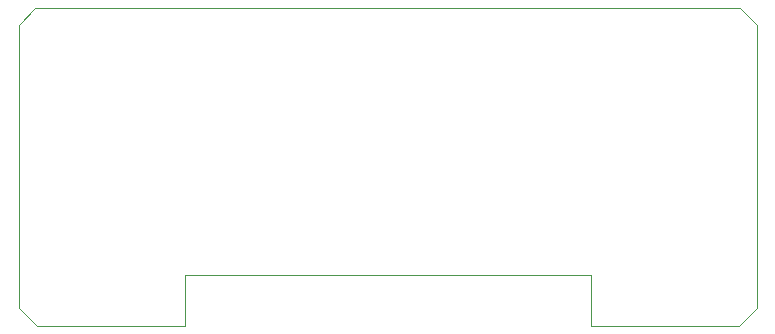
<source format=gbr>
%TF.GenerationSoftware,Altium Limited,Altium Designer,20.2.4 (192)*%
G04 Layer_Color=0*
%FSLAX26Y26*%
%MOIN*%
%TF.SameCoordinates,9C3109D4-F3AC-4D1D-A7B6-62ECB7B5C8B4*%
%TF.FilePolarity,Positive*%
%TF.FileFunction,Profile,NP*%
%TF.Part,Single*%
G01*
G75*
%TA.AperFunction,Profile*%
%ADD97C,0.001000*%
D97*
X2460630Y61024D02*
X2399606Y0D01*
X1906496D01*
Y170276D01*
X554134D01*
Y0D01*
X61024D01*
X0Y61024D01*
X-0Y1003937D01*
X55118Y1059055D01*
X2405512Y1059055D01*
X2460630Y1003937D01*
X2460630Y61024D01*
%TF.MD5,434cc3cf5a1d6a8a9fc814431fe56560*%
M02*

</source>
